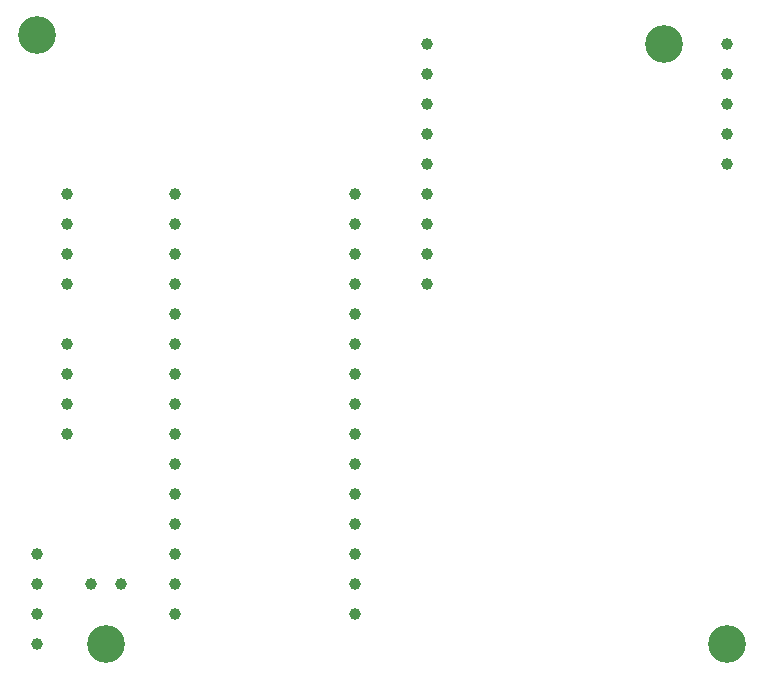
<source format=gbr>
G04 Generated by Ultiboard 14.2 *
%FSLAX34Y34*%
%MOMM*%

%ADD10C,0.0001*%
%ADD11C,3.2000*%
%ADD12C,1.0000*%


G04 ColorRGB 000000 for the following layer *
%LNBohrung-Copper Top-Copper Bottom*%
%LPD*%
G54D11*
X35560Y551180D03*
X93980Y35560D03*
X566420Y543560D03*
X619760Y35560D03*
G54D12*
X81280Y86360D03*
X106680Y86360D03*
X152400Y416560D03*
X152400Y391160D03*
X152400Y365760D03*
X152400Y340360D03*
X152400Y314960D03*
X152400Y289560D03*
X152400Y264160D03*
X152400Y238760D03*
X152400Y213360D03*
X152400Y187960D03*
X152400Y162560D03*
X152400Y137160D03*
X152400Y111760D03*
X152400Y86360D03*
X152400Y60960D03*
X304800Y416560D03*
X304800Y391160D03*
X304800Y365760D03*
X304800Y340360D03*
X304800Y314960D03*
X304800Y289560D03*
X304800Y264160D03*
X304800Y238760D03*
X304800Y213360D03*
X304800Y187960D03*
X304800Y162560D03*
X304800Y137160D03*
X304800Y111760D03*
X304800Y86360D03*
X304800Y60960D03*
X35560Y35560D03*
X35560Y60960D03*
X35560Y86360D03*
X35560Y111760D03*
X60960Y213360D03*
X60960Y238760D03*
X60960Y264160D03*
X60960Y289560D03*
X60960Y340360D03*
X60960Y365760D03*
X60960Y391160D03*
X60960Y416560D03*
X365760Y518160D03*
X365760Y492760D03*
X365760Y467360D03*
X365760Y441960D03*
X365760Y416560D03*
X365760Y391160D03*
X365760Y365760D03*
X365760Y340360D03*
X619760Y441960D03*
X365760Y543560D03*
X619760Y543560D03*
X619760Y518160D03*
X619760Y492760D03*
X619760Y467360D03*

M02*

</source>
